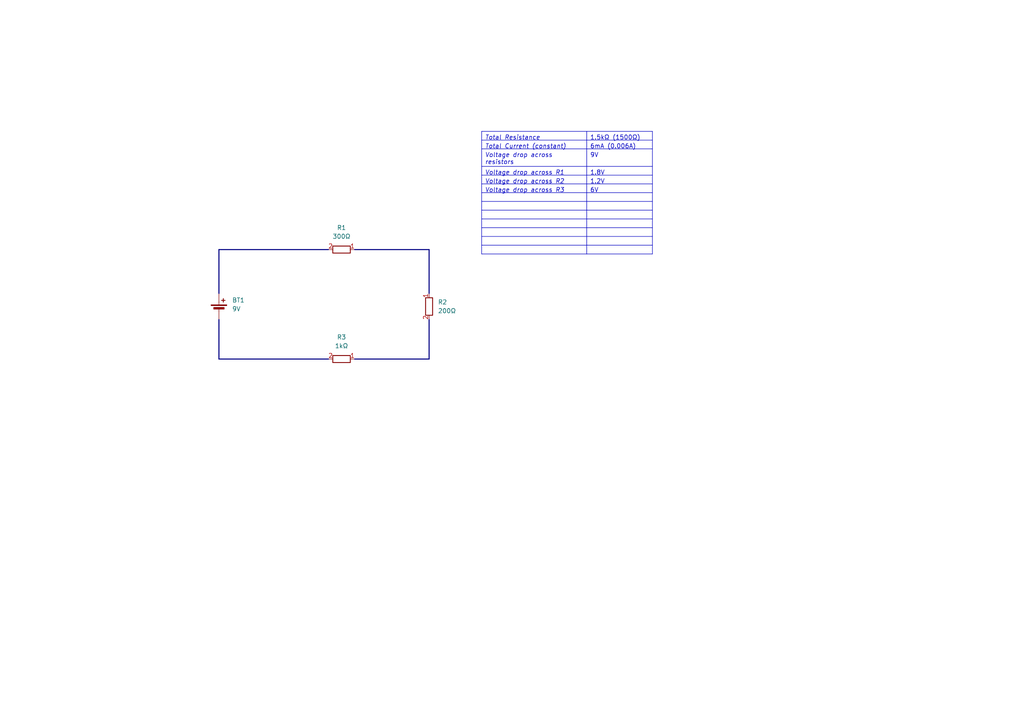
<source format=kicad_sch>
(kicad_sch (version 20250114) (generator "eeschema") (generator_version "9.0")
  (paper "A4")
  (lib_symbols
    (symbol "Device:Battery_Cell" (pin_numbers (hide yes)) (pin_names (offset 0) (hide yes))
      (property "Reference" "BT" (at 2.54 2.54 0))
      (property "Value" "Battery_Cell" (at 2.54 0 0))
      (symbol "Battery_Cell_0_1"
        (rectangle (start -2.286 1.778) (end 2.286 1.524) (fill (type outline)))
        (rectangle (start -1.524 1.016) (end 1.524 0.508) (fill (type outline)))
        (polyline (pts (xy 0 1.778) (xy 0 2.54)))
        (polyline (pts (xy 0 0.762) (xy 0 0)))
        (polyline (pts (xy 0.762 3.048) (xy 1.778 3.048)) (stroke (width 0.254)))
        (polyline (pts (xy 1.27 3.556) (xy 1.27 2.54)) (stroke (width 0.254)))
      )
      (symbol "Battery_Cell_1_1"
        (pin passive line (at 0 5.08 270) (length 2.54) (name "+") (number "1"))
        (pin passive line (at 0 -2.54 90) (length 2.54) (name "-") (number "2"))
      )
    )
    (symbol "Device:R" (pin_names (offset 0))
      (property "Reference" "R" (at 2.032 0 90))
      (property "Value" "R" (at 0 0 90))
      (symbol "R_0_1"
        (rectangle (start -1.016 -2.54) (end 1.016 2.54) (stroke (width 0.254)))
      )
      (symbol "R_1_1"
        (pin passive line (at 0 3.81 270) (length 1.27) (name "~") (number "1"))
        (pin passive line (at 0 -3.81 90) (length 1.27) (name "~") (number "2"))
      )
    )
    (symbol "R_1" (pin_names (offset 0))
      (property "Reference" "R" (at 2.032 0 90))
      (property "Value" "R" (at 0 0 90))
      (symbol "R_1_0_1"
        (rectangle (start -1.016 -2.54) (end 1.016 2.54) (stroke (width 0.254)))
      )
      (symbol "R_1_1_1"
        (pin passive line (at 0 3.81 270) (length 1.27) (name "~") (number "1"))
        (pin passive line (at 0 -3.81 90) (length 1.27) (name "~") (number "2"))
      )
    )
    (symbol "R_2" (pin_names (offset 0))
      (property "Reference" "R" (at 2.032 0 90))
      (property "Value" "R" (at 0 0 90))
      (symbol "R_2_0_1"
        (rectangle (start -1.016 -2.54) (end 1.016 2.54) (stroke (width 0.254)))
      )
      (symbol "R_2_1_1"
        (pin passive line (at 0 3.81 270) (length 1.27) (name "~") (number "1"))
        (pin passive line (at 0 -3.81 90) (length 1.27) (name "~") (number "2"))
      )
    )
  )
  (bus (pts (xy 124.46 92.71) (xy 124.46 104.14)))
  (bus (pts (xy 63.5 72.39) (xy 63.5 85.09)))
  (bus (pts (xy 63.5 72.39) (xy 95.25 72.39)))
  (bus (pts (xy 95.25 104.14) (xy 63.5 104.14)))
  (bus (pts (xy 102.87 104.14) (xy 124.46 104.14)))
  (bus (pts (xy 124.46 72.39) (xy 124.46 85.09)))
  (bus (pts (xy 102.87 72.39) (xy 124.46 72.39)))
  (bus (pts (xy 63.5 92.71) (xy 63.5 104.14)))
  (table (column_count 2) (border (external yes) (header yes)) (separators (rows yes) (cols yes)) (column_widths 30.48 19.05) (row_heights 2.54 2.54 5.08 2.54 2.54 2.54 2.54 2.54 2.54 2.54 2.54 2.54 2.54) (cells (table_cell "Total Resistance" (at 139.7 38.1 0) (size 30.48 2.54) (margins 0.9525 0.9525 0.9525 0.9525) (span 1 1)) (table_cell "1.5kΩ (1500Ω)" (at 170.18 38.1 0) (size 19.05 2.54) (margins 0.9525 0.9525 0.9525 0.9525) (span 1 1)) (table_cell "Total Current (constant)" (at 139.7 40.64 0) (size 30.48 2.54) (margins 0.9525 0.9525 0.9525 0.9525) (span 1 1)) (table_cell "6mA (0.006A)" (at 170.18 40.64 0) (size 19.05 2.54) (margins 0.9525 0.9525 0.9525 0.9525) (span 1 1)) (table_cell "Voltage drop across resistors" (at 139.7 43.18 0) (size 30.48 5.08) (margins 0.9525 0.9525 0.9525 0.9525) (span 1 1)) (table_cell "9V" (at 170.18 43.18 0) (size 19.05 5.08) (margins 0.9525 0.9525 0.9525 0.9525) (span 1 1)) (table_cell "Voltage drop across R1" (at 139.7 48.26 0) (size 30.48 2.54) (margins 0.9525 0.9525 0.9525 0.9525) (span 1 1)) (table_cell "1.8V" (at 170.18 48.26 0) (size 19.05 2.54) (margins 0.9525 0.9525 0.9525 0.9525) (span 1 1)) (table_cell "Voltage drop across R2" (at 139.7 50.8 0) (size 30.48 2.54) (margins 0.9525 0.9525 0.9525 0.9525) (span 1 1)) (table_cell "1.2V" (at 170.18 50.8 0) (size 19.05 2.54) (margins 0.9525 0.9525 0.9525 0.9525) (span 1 1)) (table_cell "Voltage drop across R3" (at 139.7 53.34 0) (size 30.48 2.54) (margins 0.9525 0.9525 0.9525 0.9525) (span 1 1)) (table_cell "6V" (at 170.18 53.34 0) (size 19.05 2.54) (margins 0.9525 0.9525 0.9525 0.9525) (span 1 1)) (table_cell "" (at 139.7 55.88 0) (size 30.48 2.54) (margins 0.9525 0.9525 0.9525 0.9525) (span 1 1)) (table_cell "" (at 170.18 55.88 0) (size 19.05 2.54) (margins 0.9525 0.9525 0.9525 0.9525) (span 1 1)) (table_cell "" (at 139.7 58.42 0) (size 30.48 2.54) (margins 0.9525 0.9525 0.9525 0.9525) (span 1 1)) (table_cell "" (at 170.18 58.42 0) (size 19.05 2.54) (margins 0.9525 0.9525 0.9525 0.9525) (span 1 1)) (table_cell "" (at 139.7 60.96 0) (size 30.48 2.54) (margins 0.9525 0.9525 0.9525 0.9525) (span 1 1)) (table_cell "" (at 170.18 60.96 0) (size 19.05 2.54) (margins 0.9525 0.9525 0.9525 0.9525) (span 1 1)) (table_cell "" (at 139.7 63.5 0) (size 30.48 2.54) (margins 0.9525 0.9525 0.9525 0.9525) (span 1 1)) (table_cell "" (at 170.18 63.5 0) (size 19.05 2.54) (margins 0.9525 0.9525 0.9525 0.9525) (span 1 1)) (table_cell "" (at 139.7 66.04 0) (size 30.48 2.54) (margins 0.9525 0.9525 0.9525 0.9525) (span 1 1)) (table_cell "" (at 170.18 66.04 0) (size 19.05 2.54) (margins 0.9525 0.9525 0.9525 0.9525) (span 1 1)) (table_cell "" (at 139.7 68.58 0) (size 30.48 2.54) (margins 0.9525 0.9525 0.9525 0.9525) (span 1 1)) (table_cell "" (at 170.18 68.58 0) (size 19.05 2.54) (margins 0.9525 0.9525 0.9525 0.9525) (span 1 1)) (table_cell "" (at 139.7 71.12 0) (size 30.48 2.54) (margins 0.9525 0.9525 0.9525 0.9525) (span 1 1)) (table_cell "" (at 170.18 71.12 0) (size 19.05 2.54) (margins 0.9525 0.9525 0.9525 0.9525) (span 1 1))))
  (symbol (lib_name "R_1") (lib_id "Device:R") (at 99.06 104.14 270) (unit 1)
    (property "Reference" "R3" (at 99.06 97.79 90))
    (property "Value" "1kΩ" (at 99.06 100.33 90))
    (property "Description" "Resistor" (effects (hide yes)))
  )
  (symbol (lib_id "Device:Battery_Cell") (at 63.5 90.17 0) (unit 1)
    (property "Reference" "BT1" (at 67.31 87.0584 0) (effects (justify left)))
    (property "Value" "9V" (at 67.31 89.5984 0) (effects (justify left)))
    (property "Description" "Single-cell battery" (effects (hide yes)))
  )
  (symbol (lib_id "Device:R") (at 124.46 88.9 0) (unit 1)
    (property "Reference" "R2" (at 127 87.6299 0) (effects (justify left)))
    (property "Value" "200Ω" (at 127 90.1699 0) (effects (justify left)))
    (property "Description" "Resistor" (effects (hide yes)))
  )
  (symbol (lib_name "R_2") (lib_id "Device:R") (at 99.06 72.39 270) (unit 1)
    (property "Reference" "R1" (at 99.06 66.04 90))
    (property "Value" "300Ω" (at 99.06 68.58 90))
    (property "Description" "Resistor" (effects (hide yes)))
  )
)
</source>
